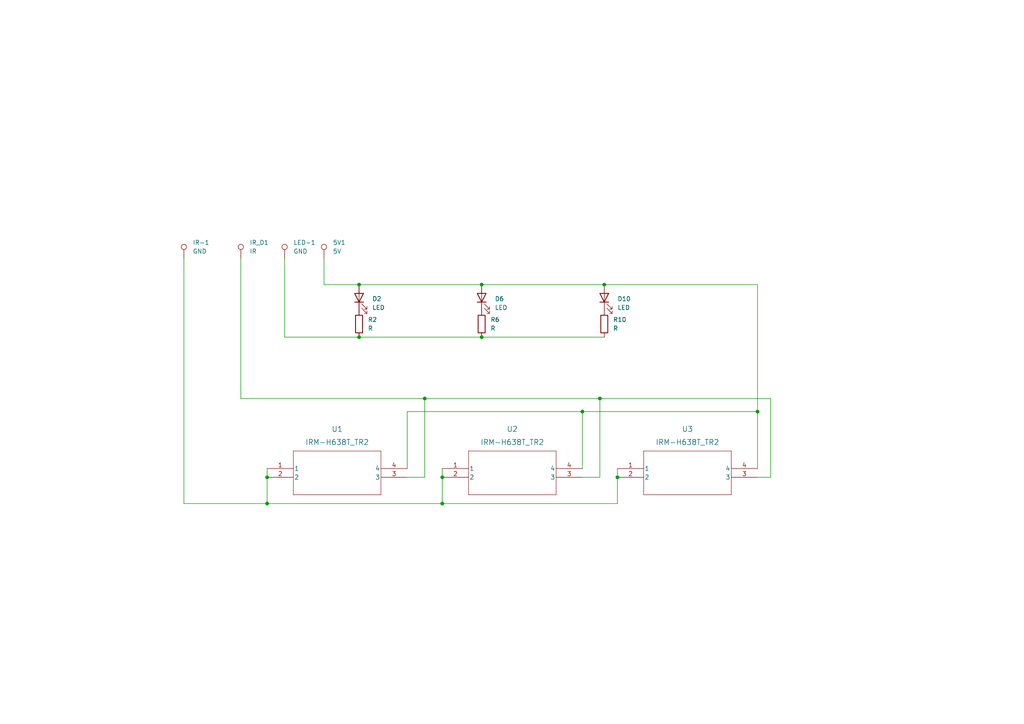
<source format=kicad_sch>
(kicad_sch (version 20250114) (generator "eeschema") (generator_version "9.0")
  (paper "A4")
  (lib_symbols
    (symbol "Connector:TestPoint" (pin_numbers (hide yes)) (pin_names (offset 0.762) (hide yes))
      (property "Reference" "TP" (at 0 6.858 0))
      (property "Value" "TestPoint" (at 0 5.08 0))
      (symbol "TestPoint_0_1"
        (circle (center 0 3.302) (radius 0.762))
      )
      (symbol "TestPoint_1_1"
        (pin passive line (at 0 0 90) (length 2.54) (name "1") (number "1"))
      )
    )
    (symbol "Device:LED" (pin_numbers (hide yes)) (pin_names (offset 1.016) (hide yes))
      (property "Reference" "D" (at 0 2.54 0))
      (property "Value" "LED" (at 0 -2.54 0))
      (symbol "LED_0_1"
        (polyline (pts (xy -3.048 -0.762) (xy -4.572 -2.286) (xy -3.81 -2.286) (xy -4.572 -2.286) (xy -4.572 -1.524)))
        (polyline (pts (xy -1.778 -0.762) (xy -3.302 -2.286) (xy -2.54 -2.286) (xy -3.302 -2.286) (xy -3.302 -1.524)))
        (polyline (pts (xy -1.27 0) (xy 1.27 0)))
        (polyline (pts (xy -1.27 -1.27) (xy -1.27 1.27)) (stroke (width 0.254)))
        (polyline (pts (xy 1.27 -1.27) (xy 1.27 1.27) (xy -1.27 0) (xy 1.27 -1.27)) (stroke (width 0.254)))
      )
      (symbol "LED_1_1"
        (pin passive line (at -3.81 0 0) (length 2.54) (name "K") (number "1"))
        (pin passive line (at 3.81 0 180) (length 2.54) (name "A") (number "2"))
      )
    )
    (symbol "Device:R" (pin_numbers (hide yes)) (pin_names (offset 0))
      (property "Reference" "R" (at 2.032 0 90))
      (property "Value" "R" (at 0 0 90))
      (symbol "R_0_1"
        (rectangle (start -1.016 -2.54) (end 1.016 2.54) (stroke (width 0.254)))
      )
      (symbol "R_1_1"
        (pin passive line (at 0 3.81 270) (length 1.27) (name "~") (number "1"))
        (pin passive line (at 0 -3.81 90) (length 1.27) (name "~") (number "2"))
      )
    )
    (symbol "IRM-H638T-TR2:IRM-H638T_TR2" (pin_names (offset 0.254))
      (property "Reference" "U" (at 20.32 10.16 0))
      (property "Value" "IRM-H638T/TR2" (at 20.32 7.62 0))
      (symbol "IRM-H638T_TR2_0_1"
        (polyline (pts (xy 7.62 5.08) (xy 7.62 -7.62)) (stroke (width 0.127)))
        (polyline (pts (xy 7.62 -7.62) (xy 33.02 -7.62)) (stroke (width 0.127)))
        (polyline (pts (xy 33.02 5.08) (xy 7.62 5.08)) (stroke (width 0.127)))
        (polyline (pts (xy 33.02 -7.62) (xy 33.02 5.08)) (stroke (width 0.127)))
        (pin unspecified line (at 0 0 0) (length 7.62) (name "1") (number "1"))
        (pin unspecified line (at 0 -2.54 0) (length 7.62) (name "2") (number "2"))
        (pin unspecified line (at 40.64 0 180) (length 7.62) (name "4") (number "4"))
        (pin unspecified line (at 40.64 -2.54 180) (length 7.62) (name "3") (number "3"))
      )
    )
  )
  (junction (at 123.19 115.57))
  (junction (at 139.7 97.79))
  (junction (at 175.26 82.55))
  (junction (at 128.27 146.05))
  (junction (at 128.27 138.43))
  (junction (at 139.7 82.55))
  (junction (at 77.47 146.05))
  (junction (at 179.07 138.43))
  (junction (at 173.99 115.57))
  (junction (at 219.71 119.38))
  (junction (at 168.91 119.38))
  (junction (at 104.14 82.55))
  (junction (at 104.14 97.79))
  (junction (at 77.47 138.43))
  (wire (pts (xy 168.91 119.38) (xy 219.71 119.38)))
  (wire (pts (xy 219.71 119.38) (xy 219.71 135.89)))
  (wire (pts (xy 168.91 138.43) (xy 173.99 138.43)))
  (wire (pts (xy 93.98 74.93) (xy 93.98 82.55)))
  (wire (pts (xy 139.7 97.79) (xy 175.26 97.79)))
  (wire (pts (xy 128.27 146.05) (xy 179.07 146.05)))
  (wire (pts (xy 104.14 82.55) (xy 139.7 82.55)))
  (wire (pts (xy 118.11 138.43) (xy 123.19 138.43)))
  (wire (pts (xy 93.98 82.55) (xy 104.14 82.55)))
  (wire (pts (xy 128.27 135.89) (xy 128.27 138.43)))
  (wire (pts (xy 104.14 97.79) (xy 139.7 97.79)))
  (wire (pts (xy 69.85 74.93) (xy 69.85 115.57)))
  (wire (pts (xy 179.07 138.43) (xy 179.07 146.05)))
  (wire (pts (xy 118.11 119.38) (xy 168.91 119.38)))
  (wire (pts (xy 168.91 119.38) (xy 168.91 135.89)))
  (wire (pts (xy 173.99 115.57) (xy 223.52 115.57)))
  (wire (pts (xy 173.99 138.43) (xy 173.99 115.57)))
  (wire (pts (xy 77.47 135.89) (xy 77.47 138.43)))
  (wire (pts (xy 123.19 138.43) (xy 123.19 115.57)))
  (wire (pts (xy 128.27 138.43) (xy 128.27 146.05)))
  (wire (pts (xy 77.47 138.43) (xy 77.47 146.05)))
  (wire (pts (xy 69.85 115.57) (xy 123.19 115.57)))
  (wire (pts (xy 77.47 146.05) (xy 128.27 146.05)))
  (wire (pts (xy 223.52 138.43) (xy 219.71 138.43)))
  (wire (pts (xy 53.34 146.05) (xy 77.47 146.05)))
  (wire (pts (xy 223.52 115.57) (xy 223.52 138.43)))
  (wire (pts (xy 123.19 115.57) (xy 173.99 115.57)))
  (wire (pts (xy 175.26 82.55) (xy 219.71 82.55)))
  (wire (pts (xy 139.7 82.55) (xy 175.26 82.55)))
  (wire (pts (xy 53.34 74.93) (xy 53.34 146.05)))
  (wire (pts (xy 179.07 135.89) (xy 179.07 138.43)))
  (wire (pts (xy 118.11 119.38) (xy 118.11 135.89)))
  (wire (pts (xy 82.55 74.93) (xy 82.55 97.79)))
  (wire (pts (xy 219.71 119.38) (xy 219.71 82.55)))
  (wire (pts (xy 82.55 97.79) (xy 104.14 97.79)))
  (symbol (lib_id "IRM-H638T-TR2:IRM-H638T_TR2") (at 179.07 135.89 0) (unit 1)
    (property "Reference" "U3" (at 199.39 124.46 0) (effects (font (size 1.524 1.524))))
    (property "Value" "IRM-H638T_TR2" (at 199.39 128.27 0) (effects (font (size 1.524 1.524))))
    (property "Footprint" "IRM-H638T:IRM-H638T&slash_TR2_EVE-L" (effects (hide yes)))
    (property "Datasheet" "IRM-H638T/TR2" (effects (hide yes)))
  )
  (symbol (lib_id "Connector:TestPoint") (at 69.85 74.93 0) (unit 1)
    (property "Reference" "IR_D1" (at 72.39 70.3579 0) (effects (justify left)))
    (property "Value" "IR" (at 72.39 72.8979 0) (effects (justify left)))
    (property "Footprint" "TestPoint:TestPoint_Pad_D1.0mm" (effects (hide yes)))
  )
  (symbol (lib_id "Connector:TestPoint") (at 82.55 74.93 0) (unit 1)
    (property "Reference" "LED-1" (at 85.09 70.3579 0) (effects (justify left)))
    (property "Value" "GND" (at 85.09 72.8979 0) (effects (justify left)))
    (property "Footprint" "TestPoint:TestPoint_Pad_D1.0mm" (effects (hide yes)))
  )
  (symbol (lib_id "Device:R") (at 104.14 93.98 0) (unit 1)
    (property "Reference" "R2" (at 106.68 92.7099 0) (effects (justify left)))
    (property "Value" "R" (at 106.68 95.2499 0) (effects (justify left)))
    (property "Footprint" "Resistor_SMD:R_0603_1608Metric_Pad0.98x0.95mm_HandSolder" (effects (hide yes)))
  )
  (symbol (lib_id "Device:LED") (at 139.7 86.36 90) (unit 1)
    (property "Reference" "D6" (at 143.51 86.6774 90) (effects (justify right)))
    (property "Value" "LED" (at 143.51 89.2174 90) (effects (justify right)))
    (property "Footprint" "LED_SMD:LED_1206_3216Metric_Pad1.42x1.75mm_HandSolder" (effects (hide yes)))
  )
  (symbol (lib_id "Device:LED") (at 175.26 86.36 90) (unit 1)
    (property "Reference" "D10" (at 179.07 86.6774 90) (effects (justify right)))
    (property "Value" "LED" (at 179.07 89.2174 90) (effects (justify right)))
    (property "Footprint" "LED_SMD:LED_1206_3216Metric_Pad1.42x1.75mm_HandSolder" (effects (hide yes)))
  )
  (symbol (lib_id "IRM-H638T-TR2:IRM-H638T_TR2") (at 128.27 135.89 0) (unit 1)
    (property "Reference" "U2" (at 148.59 124.46 0) (effects (font (size 1.524 1.524))))
    (property "Value" "IRM-H638T_TR2" (at 148.59 128.27 0) (effects (font (size 1.524 1.524))))
    (property "Footprint" "IRM-H638T:IRM-H638T&slash_TR2_EVE-L" (effects (hide yes)))
    (property "Datasheet" "IRM-H638T/TR2" (effects (hide yes)))
  )
  (symbol (lib_id "Device:R") (at 175.26 93.98 0) (unit 1)
    (property "Reference" "R10" (at 177.8 92.7099 0) (effects (justify left)))
    (property "Value" "R" (at 177.8 95.2499 0) (effects (justify left)))
    (property "Footprint" "Resistor_SMD:R_0603_1608Metric_Pad0.98x0.95mm_HandSolder" (effects (hide yes)))
  )
  (symbol (lib_id "IRM-H638T-TR2:IRM-H638T_TR2") (at 77.47 135.89 0) (unit 1)
    (property "Reference" "U1" (at 97.79 124.46 0) (effects (font (size 1.524 1.524))))
    (property "Value" "IRM-H638T_TR2" (at 97.79 128.27 0) (effects (font (size 1.524 1.524))))
    (property "Footprint" "IRM-H638T:IRM-H638T&slash_TR2_EVE-L" (effects (hide yes)))
    (property "Datasheet" "IRM-H638T/TR2" (effects (hide yes)))
  )
  (symbol (lib_id "Connector:TestPoint") (at 93.98 74.93 0) (unit 1)
    (property "Reference" "5V1" (at 96.52 70.3579 0) (effects (justify left)))
    (property "Value" "5V" (at 96.52 72.8979 0) (effects (justify left)))
    (property "Footprint" "TestPoint:TestPoint_Pad_D1.0mm" (effects (hide yes)))
  )
  (symbol (lib_id "Connector:TestPoint") (at 53.34 74.93 0) (unit 1)
    (property "Reference" "IR-1" (at 55.88 70.3579 0) (effects (justify left)))
    (property "Value" "GND" (at 55.88 72.8979 0) (effects (justify left)))
    (property "Footprint" "TestPoint:TestPoint_Pad_D1.0mm" (effects (hide yes)))
  )
  (symbol (lib_id "Device:LED") (at 104.14 86.36 90) (unit 1)
    (property "Reference" "D2" (at 107.95 86.6774 90) (effects (justify right)))
    (property "Value" "LED" (at 107.95 89.2174 90) (effects (justify right)))
    (property "Footprint" "LED_SMD:LED_1206_3216Metric_Pad1.42x1.75mm_HandSolder" (effects (hide yes)))
  )
  (symbol (lib_id "Device:R") (at 139.7 93.98 0) (unit 1)
    (property "Reference" "R6" (at 142.24 92.7099 0) (effects (justify left)))
    (property "Value" "R" (at 142.24 95.2499 0) (effects (justify left)))
    (property "Footprint" "Resistor_SMD:R_0603_1608Metric_Pad0.98x0.95mm_HandSolder" (effects (hide yes)))
  )
)
</source>
